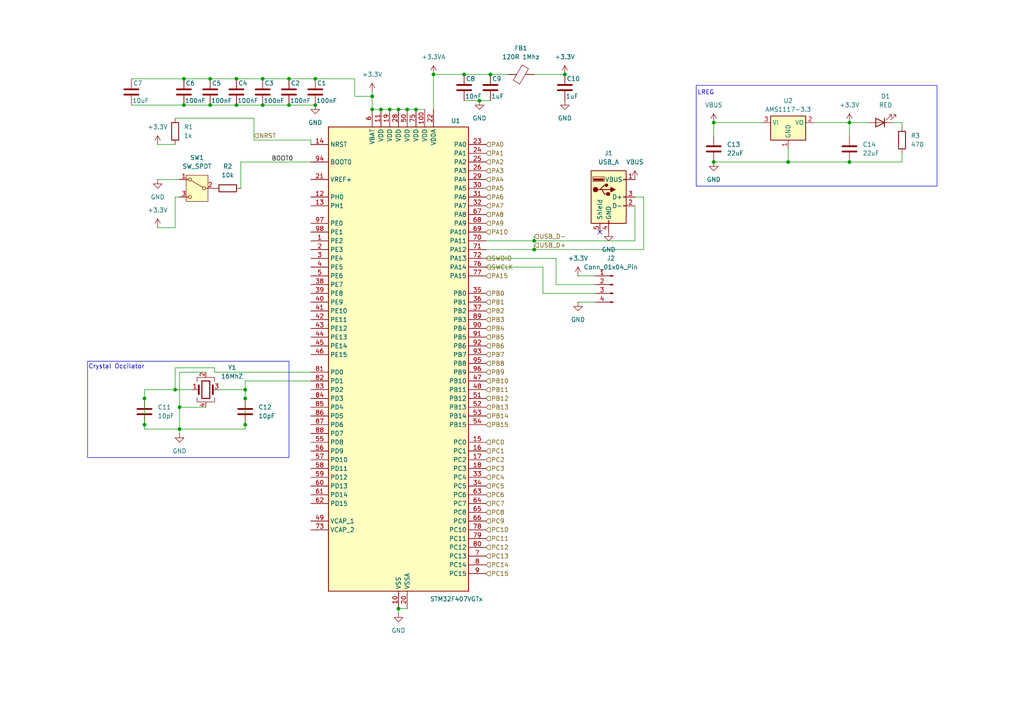
<source format=kicad_sch>
(kicad_sch (version 20250114) (generator "eeschema") (generator_version "9.0")
  (paper "A4")
  (lib_symbols
    (symbol "Connector:Conn_01x04_Pin" (pin_names (offset 1.016) (hide yes))
      (property "Reference" "J" (at 0 5.08 0))
      (property "Value" "Conn_01x04_Pin" (at 0 -7.62 0))
      (symbol "Conn_01x04_Pin_1_1"
        (rectangle (start 0.8636 2.667) (end 0 2.413) (stroke (width 0.1524)) (fill (type outline)))
        (rectangle (start 0.8636 0.127) (end 0 -0.127) (stroke (width 0.1524)) (fill (type outline)))
        (rectangle (start 0.8636 -2.413) (end 0 -2.667) (stroke (width 0.1524)) (fill (type outline)))
        (rectangle (start 0.8636 -4.953) (end 0 -5.207) (stroke (width 0.1524)) (fill (type outline)))
        (polyline (pts (xy 1.27 2.54) (xy 0.8636 2.54)) (stroke (width 0.1524)))
        (polyline (pts (xy 1.27 0) (xy 0.8636 0)) (stroke (width 0.1524)))
        (polyline (pts (xy 1.27 -2.54) (xy 0.8636 -2.54)) (stroke (width 0.1524)))
        (polyline (pts (xy 1.27 -5.08) (xy 0.8636 -5.08)) (stroke (width 0.1524)))
        (pin passive line (at 5.08 2.54 180) (length 3.81) (name "Pin_1") (number "1"))
        (pin passive line (at 5.08 0 180) (length 3.81) (name "Pin_2") (number "2"))
        (pin passive line (at 5.08 -2.54 180) (length 3.81) (name "Pin_3") (number "3"))
        (pin passive line (at 5.08 -5.08 180) (length 3.81) (name "Pin_4") (number "4"))
      )
    )
    (symbol "Connector:USB_A" (pin_names (offset 1.016))
      (property "Reference" "J" (at -5.08 11.43 0))
      (property "Value" "USB_A" (at -5.08 8.89 0))
      (symbol "USB_A_0_1"
        (rectangle (start -5.08 -7.62) (end 5.08 7.62) (stroke (width 0.254)) (fill (type background)))
        (circle (center -3.81 2.159) (radius 0.635) (stroke (width 0.254)) (fill (type outline)))
        (polyline (pts (xy -3.175 2.159) (xy -2.54 2.159) (xy -1.27 3.429) (xy -0.635 3.429)) (stroke (width 0.254)))
        (polyline (pts (xy -2.54 2.159) (xy -1.905 2.159) (xy -1.27 0.889) (xy 0 0.889)) (stroke (width 0.254)))
        (rectangle (start -1.524 4.826) (end -4.318 5.334) (fill (type outline)))
        (rectangle (start -1.27 4.572) (end -4.572 5.842))
        (circle (center -0.635 3.429) (radius 0.381) (stroke (width 0.254)) (fill (type outline)))
        (rectangle (start -0.127 -7.62) (end 0.127 -6.858))
        (rectangle (start 0.254 1.27) (end -0.508 0.508) (stroke (width 0.254)) (fill (type outline)))
        (polyline (pts (xy 0.635 2.794) (xy 0.635 1.524) (xy 1.905 2.159) (xy 0.635 2.794)) (stroke (width 0.254)) (fill (type outline)))
        (rectangle (start 5.08 4.953) (end 4.318 5.207))
        (rectangle (start 5.08 -0.127) (end 4.318 0.127))
        (rectangle (start 5.08 -2.667) (end 4.318 -2.413))
      )
      (symbol "USB_A_1_1"
        (polyline (pts (xy -1.905 2.159) (xy 0.635 2.159)) (stroke (width 0.254)))
        (pin passive line (at -2.54 -10.16 90) (length 2.54) (name "Shield") (number "5"))
        (pin power_in line (at 0 -10.16 90) (length 2.54) (name "GND") (number "4"))
        (pin power_in line (at 7.62 5.08 180) (length 2.54) (name "VBUS") (number "1"))
        (pin bidirectional line (at 7.62 0 180) (length 2.54) (name "D+") (number "3"))
        (pin bidirectional line (at 7.62 -2.54 180) (length 2.54) (name "D-") (number "2"))
      )
    )
    (symbol "Device:C" (pin_numbers (hide yes)) (pin_names (offset 0.254))
      (property "Reference" "C" (at 0.635 2.54 0))
      (property "Value" "C" (at 0.635 -2.54 0))
      (symbol "C_0_1"
        (polyline (pts (xy -2.032 0.762) (xy 2.032 0.762)) (stroke (width 0.508)))
        (polyline (pts (xy -2.032 -0.762) (xy 2.032 -0.762)) (stroke (width 0.508)))
      )
      (symbol "C_1_1"
        (pin passive line (at 0 3.81 270) (length 2.794) (name "~") (number "1"))
        (pin passive line (at 0 -3.81 90) (length 2.794) (name "~") (number "2"))
      )
    )
    (symbol "Device:Crystal_GND24" (pin_names (offset 1.016) (hide yes))
      (property "Reference" "Y" (at 3.175 5.08 0))
      (property "Value" "Crystal_GND24" (at 3.175 3.175 0))
      (symbol "Crystal_GND24_0_1"
        (polyline (pts (xy -2.54 2.286) (xy -2.54 3.556) (xy 2.54 3.556) (xy 2.54 2.286)))
        (polyline (pts (xy -2.54 0) (xy -2.032 0)))
        (polyline (pts (xy -2.54 -2.286) (xy -2.54 -3.556) (xy 2.54 -3.556) (xy 2.54 -2.286)))
        (polyline (pts (xy -2.032 -1.27) (xy -2.032 1.27)) (stroke (width 0.508)))
        (rectangle (start -1.143 2.54) (end 1.143 -2.54) (stroke (width 0.3048)))
        (polyline (pts (xy 0 3.556) (xy 0 3.81)))
        (polyline (pts (xy 0 -3.81) (xy 0 -3.556)))
        (polyline (pts (xy 2.032 0) (xy 2.54 0)))
        (polyline (pts (xy 2.032 -1.27) (xy 2.032 1.27)) (stroke (width 0.508)))
      )
      (symbol "Crystal_GND24_1_1"
        (pin passive line (at -3.81 0 0) (length 1.27) (name "1") (number "1"))
        (pin passive line (at 0 5.08 270) (length 1.27) (name "2") (number "2"))
        (pin passive line (at 0 -5.08 90) (length 1.27) (name "4") (number "4"))
        (pin passive line (at 3.81 0 180) (length 1.27) (name "3") (number "3"))
      )
    )
    (symbol "Device:FerriteBead" (pin_numbers (hide yes)) (pin_names (offset 0))
      (property "Reference" "FB" (at -3.81 0.635 90))
      (property "Value" "FerriteBead" (at 3.81 0 90))
      (symbol "FerriteBead_0_1"
        (polyline (pts (xy -2.7686 0.4064) (xy -1.7018 2.2606) (xy 2.7686 -0.3048) (xy 1.6764 -2.159) (xy -2.7686 0.4064)))
        (polyline (pts (xy 0 1.27) (xy 0 1.2954)))
        (polyline (pts (xy 0 -1.27) (xy 0 -1.2192)))
      )
      (symbol "FerriteBead_1_1"
        (pin passive line (at 0 3.81 270) (length 2.54) (name "~") (number "1"))
        (pin passive line (at 0 -3.81 90) (length 2.54) (name "~") (number "2"))
      )
    )
    (symbol "Device:LED" (pin_numbers (hide yes)) (pin_names (offset 1.016) (hide yes))
      (property "Reference" "D" (at 0 2.54 0))
      (property "Value" "LED" (at 0 -2.54 0))
      (symbol "LED_0_1"
        (polyline (pts (xy -3.048 -0.762) (xy -4.572 -2.286) (xy -3.81 -2.286) (xy -4.572 -2.286) (xy -4.572 -1.524)))
        (polyline (pts (xy -1.778 -0.762) (xy -3.302 -2.286) (xy -2.54 -2.286) (xy -3.302 -2.286) (xy -3.302 -1.524)))
        (polyline (pts (xy -1.27 0) (xy 1.27 0)))
        (polyline (pts (xy -1.27 -1.27) (xy -1.27 1.27)) (stroke (width 0.254)))
        (polyline (pts (xy 1.27 -1.27) (xy 1.27 1.27) (xy -1.27 0) (xy 1.27 -1.27)) (stroke (width 0.254)))
      )
      (symbol "LED_1_1"
        (pin passive line (at -3.81 0 0) (length 2.54) (name "K") (number "1"))
        (pin passive line (at 3.81 0 180) (length 2.54) (name "A") (number "2"))
      )
    )
    (symbol "Device:R" (pin_numbers (hide yes)) (pin_names (offset 0))
      (property "Reference" "R" (at 2.032 0 90))
      (property "Value" "R" (at 0 0 90))
      (symbol "R_0_1"
        (rectangle (start -1.016 -2.54) (end 1.016 2.54) (stroke (width 0.254)))
      )
      (symbol "R_1_1"
        (pin passive line (at 0 3.81 270) (length 1.27) (name "~") (number "1"))
        (pin passive line (at 0 -3.81 90) (length 1.27) (name "~") (number "2"))
      )
    )
    (symbol "MCU_ST_STM32F4:STM32F407VGTx"
      (property "Reference" "U" (at -20.32 69.85 0))
      (property "Value" "STM32F407VGTx" (at 12.7 69.85 0))
      (symbol "STM32F407VGTx_0_1"
        (rectangle (start -20.32 -66.04) (end 20.32 68.58) (stroke (width 0.254)) (fill (type background)))
      )
      (symbol "STM32F407VGTx_1_1"
        (pin input line (at -25.4 63.5 0) (length 5.08) (name "NRST") (number "14"))
        (pin input line (at -25.4 58.42 0) (length 5.08) (name "BOOT0") (number "94"))
        (pin input line (at -25.4 53.34 0) (length 5.08) (name "VREF+") (number "21"))
        (pin bidirectional line (at -25.4 48.26 0) (length 5.08) (name "PH0") (number "12"))
        (pin bidirectional line (at -25.4 45.72 0) (length 5.08) (name "PH1") (number "13"))
        (pin bidirectional line (at -25.4 40.64 0) (length 5.08) (name "PE0") (number "97"))
        (pin bidirectional line (at -25.4 38.1 0) (length 5.08) (name "PE1") (number "98"))
        (pin bidirectional line (at -25.4 35.56 0) (length 5.08) (name "PE2") (number "1"))
        (pin bidirectional line (at -25.4 33.02 0) (length 5.08) (name "PE3") (number "2"))
        (pin bidirectional line (at -25.4 30.48 0) (length 5.08) (name "PE4") (number "3"))
        (pin bidirectional line (at -25.4 27.94 0) (length 5.08) (name "PE5") (number "4"))
        (pin bidirectional line (at -25.4 25.4 0) (length 5.08) (name "PE6") (number "5"))
        (pin bidirectional line (at -25.4 22.86 0) (length 5.08) (name "PE7") (number "38"))
        (pin bidirectional line (at -25.4 20.32 0) (length 5.08) (name "PE8") (number "39"))
        (pin bidirectional line (at -25.4 17.78 0) (length 5.08) (name "PE9") (number "40"))
        (pin bidirectional line (at -25.4 15.24 0) (length 5.08) (name "PE10") (number "41"))
        (pin bidirectional line (at -25.4 12.7 0) (length 5.08) (name "PE11") (number "42"))
        (pin bidirectional line (at -25.4 10.16 0) (length 5.08) (name "PE12") (number "43"))
        (pin bidirectional line (at -25.4 7.62 0) (length 5.08) (name "PE13") (number "44"))
        (pin bidirectional line (at -25.4 5.08 0) (length 5.08) (name "PE14") (number "45"))
        (pin bidirectional line (at -25.4 2.54 0) (length 5.08) (name "PE15") (number "46"))
        (pin bidirectional line (at -25.4 -2.54 0) (length 5.08) (name "PD0") (number "81"))
        (pin bidirectional line (at -25.4 -5.08 0) (length 5.08) (name "PD1") (number "82"))
        (pin bidirectional line (at -25.4 -7.62 0) (length 5.08) (name "PD2") (number "83"))
        (pin bidirectional line (at -25.4 -10.16 0) (length 5.08) (name "PD3") (number "84"))
        (pin bidirectional line (at -25.4 -12.7 0) (length 5.08) (name "PD4") (number "85"))
        (pin bidirectional line (at -25.4 -15.24 0) (length 5.08) (name "PD5") (number "86"))
        (pin bidirectional line (at -25.4 -17.78 0) (length 5.08) (name "PD6") (number "87"))
        (pin bidirectional line (at -25.4 -20.32 0) (length 5.08) (name "PD7") (number "88"))
        (pin bidirectional line (at -25.4 -22.86 0) (length 5.08) (name "PD8") (number "55"))
        (pin bidirectional line (at -25.4 -25.4 0) (length 5.08) (name "PD9") (number "56"))
        (pin bidirectional line (at -25.4 -27.94 0) (length 5.08) (name "PD10") (number "57"))
        (pin bidirectional line (at -25.4 -30.48 0) (length 5.08) (name "PD11") (number "58"))
        (pin bidirectional line (at -25.4 -33.02 0) (length 5.08) (name "PD12") (number "59"))
        (pin bidirectional line (at -25.4 -35.56 0) (length 5.08) (name "PD13") (number "60"))
        (pin bidirectional line (at -25.4 -38.1 0) (length 5.08) (name "PD14") (number "61"))
        (pin bidirectional line (at -25.4 -40.64 0) (length 5.08) (name "PD15") (number "62"))
        (pin power_out line (at -25.4 -45.72 0) (length 5.08) (name "VCAP_1") (number "49"))
        (pin power_out line (at -25.4 -48.26 0) (length 5.08) (name "VCAP_2") (number "73"))
        (pin power_in line (at -7.62 73.66 270) (length 5.08) (name "VBAT") (number "6"))
        (pin power_in line (at -5.08 73.66 270) (length 5.08) (name "VDD") (number "11"))
        (pin power_in line (at -2.54 73.66 270) (length 5.08) (name "VDD") (number "19"))
        (pin power_in line (at 0 73.66 270) (length 5.08) (name "VDD") (number "28"))
        (pin power_in line (at 0 -71.12 90) (length 5.08) (name "VSS") (number "10"))
        (pin passive line (at 0 -71.12 90) (length 5.08) (hide yes) (name "VSS") (number "27"))
        (pin passive line (at 0 -71.12 90) (length 5.08) (hide yes) (name "VSS") (number "74"))
        (pin passive line (at 0 -71.12 90) (length 5.08) (hide yes) (name "VSS") (number "99"))
        (pin power_in line (at 2.54 73.66 270) (length 5.08) (name "VDD") (number "50"))
        (pin power_in line (at 2.54 -71.12 90) (length 5.08) (name "VSSA") (number "20"))
        (pin power_in line (at 5.08 73.66 270) (length 5.08) (name "VDD") (number "75"))
        (pin power_in line (at 7.62 73.66 270) (length 5.08) (name "VDD") (number "100"))
        (pin power_in line (at 10.16 73.66 270) (length 5.08) (name "VDDA") (number "22"))
        (pin bidirectional line (at 25.4 63.5 180) (length 5.08) (name "PA0") (number "23"))
        (pin bidirectional line (at 25.4 60.96 180) (length 5.08) (name "PA1") (number "24"))
        (pin bidirectional line (at 25.4 58.42 180) (length 5.08) (name "PA2") (number "25"))
        (pin bidirectional line (at 25.4 55.88 180) (length 5.08) (name "PA3") (number "26"))
        (pin bidirectional line (at 25.4 53.34 180) (length 5.08) (name "PA4") (number "29"))
        (pin bidirectional line (at 25.4 50.8 180) (length 5.08) (name "PA5") (number "30"))
        (pin bidirectional line (at 25.4 48.26 180) (length 5.08) (name "PA6") (number "31"))
        (pin bidirectional line (at 25.4 45.72 180) (length 5.08) (name "PA7") (number "32"))
        (pin bidirectional line (at 25.4 43.18 180) (length 5.08) (name "PA8") (number "67"))
        (pin bidirectional line (at 25.4 40.64 180) (length 5.08) (name "PA9") (number "68"))
        (pin bidirectional line (at 25.4 38.1 180) (length 5.08) (name "PA10") (number "69"))
        (pin bidirectional line (at 25.4 35.56 180) (length 5.08) (name "PA11") (number "70"))
        (pin bidirectional line (at 25.4 33.02 180) (length 5.08) (name "PA12") (number "71"))
        (pin bidirectional line (at 25.4 30.48 180) (length 5.08) (name "PA13") (number "72"))
        (pin bidirectional line (at 25.4 27.94 180) (length 5.08) (name "PA14") (number "76"))
        (pin bidirectional line (at 25.4 25.4 180) (length 5.08) (name "PA15") (number "77"))
        (pin bidirectional line (at 25.4 20.32 180) (length 5.08) (name "PB0") (number "35"))
        (pin bidirectional line (at 25.4 17.78 180) (length 5.08) (name "PB1") (number "36"))
        (pin bidirectional line (at 25.4 15.24 180) (length 5.08) (name "PB2") (number "37"))
        (pin bidirectional line (at 25.4 12.7 180) (length 5.08) (name "PB3") (number "89"))
        (pin bidirectional line (at 25.4 10.16 180) (length 5.08) (name "PB4") (number "90"))
        (pin bidirectional line (at 25.4 7.62 180) (length 5.08) (name "PB5") (number "91"))
        (pin bidirectional line (at 25.4 5.08 180) (length 5.08) (name "PB6") (number "92"))
        (pin bidirectional line (at 25.4 2.54 180) (length 5.08) (name "PB7") (number "93"))
        (pin bidirectional line (at 25.4 0 180) (length 5.08) (name "PB8") (number "95"))
        (pin bidirectional line (at 25.4 -2.54 180) (length 5.08) (name "PB9") (number "96"))
        (pin bidirectional line (at 25.4 -5.08 180) (length 5.08) (name "PB10") (number "47"))
        (pin bidirectional line (at 25.4 -7.62 180) (length 5.08) (name "PB11") (number "48"))
        (pin bidirectional line (at 25.4 -10.16 180) (length 5.08) (name "PB12") (number "51"))
        (pin bidirectional line (at 25.4 -12.7 180) (length 5.08) (name "PB13") (number "52"))
        (pin bidirectional line (at 25.4 -15.24 180) (length 5.08) (name "PB14") (number "53"))
        (pin bidirectional line (at 25.4 -17.78 180) (length 5.08) (name "PB15") (number "54"))
        (pin bidirectional line (at 25.4 -22.86 180) (length 5.08) (name "PC0") (number "15"))
        (pin bidirectional line (at 25.4 -25.4 180) (length 5.08) (name "PC1") (number "16"))
        (pin bidirectional line (at 25.4 -27.94 180) (length 5.08) (name "PC2") (number "17"))
        (pin bidirectional line (at 25.4 -30.48 180) (length 5.08) (name "PC3") (number "18"))
        (pin bidirectional line (at 25.4 -33.02 180) (length 5.08) (name "PC4") (number "33"))
        (pin bidirectional line (at 25.4 -35.56 180) (length 5.08) (name "PC5") (number "34"))
        (pin bidirectional line (at 25.4 -38.1 180) (length 5.08) (name "PC6") (number "63"))
        (pin bidirectional line (at 25.4 -40.64 180) (length 5.08) (name "PC7") (number "64"))
        (pin bidirectional line (at 25.4 -43.18 180) (length 5.08) (name "PC8") (number "65"))
        (pin bidirectional line (at 25.4 -45.72 180) (length 5.08) (name "PC9") (number "66"))
        (pin bidirectional line (at 25.4 -48.26 180) (length 5.08) (name "PC10") (number "78"))
        (pin bidirectional line (at 25.4 -50.8 180) (length 5.08) (name "PC11") (number "79"))
        (pin bidirectional line (at 25.4 -53.34 180) (length 5.08) (name "PC12") (number "80"))
        (pin bidirectional line (at 25.4 -55.88 180) (length 5.08) (name "PC13") (number "7"))
        (pin bidirectional line (at 25.4 -58.42 180) (length 5.08) (name "PC14") (number "8"))
        (pin bidirectional line (at 25.4 -60.96 180) (length 5.08) (name "PC15") (number "9"))
      )
    )
    (symbol "Regulator_Linear:AMS1117-3.3"
      (property "Reference" "U" (at -3.81 3.175 0))
      (property "Value" "AMS1117-3.3" (at 0 3.175 0))
      (symbol "AMS1117-3.3_0_1"
        (rectangle (start -5.08 -5.08) (end 5.08 1.905) (stroke (width 0.254)) (fill (type background)))
      )
      (symbol "AMS1117-3.3_1_1"
        (pin power_in line (at -7.62 0 0) (length 2.54) (name "VI") (number "3"))
        (pin power_in line (at 0 -7.62 90) (length 2.54) (name "GND") (number "1"))
        (pin power_out line (at 7.62 0 180) (length 2.54) (name "VO") (number "2"))
      )
    )
    (symbol "Switch:SW_SPDT" (pin_names (offset 0) (hide yes))
      (property "Reference" "SW" (at 0 5.08 0))
      (property "Value" "SW_SPDT" (at 0 -5.08 0))
      (symbol "SW_SPDT_0_1"
        (circle (center -2.032 0) (radius 0.4572))
        (polyline (pts (xy -1.651 0.254) (xy 1.651 2.286)))
        (circle (center 2.032 2.54) (radius 0.4572))
        (circle (center 2.032 -2.54) (radius 0.4572))
      )
      (symbol "SW_SPDT_1_1"
        (rectangle (start -3.175 3.81) (end 3.175 -3.81) (fill (type background)))
        (pin passive line (at -5.08 0 0) (length 2.54) (name "B") (number "2"))
        (pin passive line (at 5.08 2.54 180) (length 2.54) (name "A") (number "1"))
        (pin passive line (at 5.08 -2.54 180) (length 2.54) (name "C") (number "3"))
      )
    )
    (symbol "power:+3.3V" (power) (pin_numbers (hide yes)) (pin_names (offset 0) (hide yes))
      (property "Value" "+3.3V" (at 0 3.556 0))
      (symbol "+3.3V_0_1"
        (polyline (pts (xy -0.762 1.27) (xy 0 2.54)))
        (polyline (pts (xy 0 2.54) (xy 0.762 1.27)))
        (polyline (pts (xy 0 0) (xy 0 2.54)))
      )
      (symbol "+3.3V_1_1"
        (pin power_in line (at 0 0 90) (length 0) (name "~") (number "1"))
      )
    )
    (symbol "power:+3.3VA" (power) (pin_numbers (hide yes)) (pin_names (offset 0) (hide yes))
      (property "Value" "+3.3VA" (at 0 3.556 0))
      (symbol "+3.3VA_0_1"
        (polyline (pts (xy -0.762 1.27) (xy 0 2.54)))
        (polyline (pts (xy 0 2.54) (xy 0.762 1.27)))
        (polyline (pts (xy 0 0) (xy 0 2.54)))
      )
      (symbol "+3.3VA_1_1"
        (pin power_in line (at 0 0 90) (length 0) (name "~") (number "1"))
      )
    )
    (symbol "power:+3V3" (power) (pin_numbers (hide yes)) (pin_names (offset 0) (hide yes))
      (property "Value" "+3V3" (at 0 3.556 0))
      (symbol "+3V3_0_1"
        (polyline (pts (xy -0.762 1.27) (xy 0 2.54)))
        (polyline (pts (xy 0 2.54) (xy 0.762 1.27)))
        (polyline (pts (xy 0 0) (xy 0 2.54)))
      )
      (symbol "+3V3_1_1"
        (pin power_in line (at 0 0 90) (length 0) (name "~") (number "1"))
      )
    )
    (symbol "power:+5V" (power) (pin_numbers (hide yes)) (pin_names (offset 0) (hide yes))
      (property "Value" "+5V" (at 0 3.556 0))
      (symbol "+5V_0_1"
        (polyline (pts (xy -0.762 1.27) (xy 0 2.54)))
        (polyline (pts (xy 0 2.54) (xy 0.762 1.27)))
        (polyline (pts (xy 0 0) (xy 0 2.54)))
      )
      (symbol "+5V_1_1"
        (pin power_in line (at 0 0 90) (length 0) (name "~") (number "1"))
      )
    )
    (symbol "power:GND" (power) (pin_numbers (hide yes)) (pin_names (offset 0) (hide yes))
      (property "Value" "GND" (at 0 -3.81 0))
      (symbol "GND_0_1"
        (polyline (pts (xy 0 0) (xy 0 -1.27) (xy 1.27 -1.27) (xy 0 -2.54) (xy -1.27 -1.27) (xy 0 -1.27)))
      )
      (symbol "GND_1_1"
        (pin power_in line (at 0 0 270) (length 0) (name "~") (number "1"))
      )
    )
    (symbol "power:VBUS" (power) (pin_numbers (hide yes)) (pin_names (offset 0) (hide yes))
      (property "Value" "VBUS" (at 0 3.556 0))
      (symbol "VBUS_0_1"
        (polyline (pts (xy -0.762 1.27) (xy 0 2.54)))
        (polyline (pts (xy 0 2.54) (xy 0.762 1.27)))
        (polyline (pts (xy 0 0) (xy 0 2.54)))
      )
      (symbol "VBUS_1_1"
        (pin power_in line (at 0 0 90) (length 0) (name "~") (number "1"))
      )
    )
  )
  (rectangle (start 201.93 24.765) (end 271.78 53.975))
  (rectangle (start 25.4 104.775) (end 83.82 132.715))
  (text "Crystal Occilator" (at 33.782 106.426 0) (effects (font (size 1.27 1.27))))
  (text "LREG" (at 204.724 26.924 0) (effects (font (size 1.27 1.27))))
  (junction (at 139.065 29.21))
  (junction (at 246.38 46.99))
  (junction (at 50.8 113.03))
  (junction (at 125.73 21.59))
  (junction (at 107.95 27.94))
  (junction (at 113.03 31.75))
  (junction (at 118.11 31.75))
  (junction (at 68.58 22.86))
  (junction (at 53.34 22.86))
  (junction (at 228.6 46.99))
  (junction (at 154.94 72.39))
  (junction (at 53.34 30.48))
  (junction (at 71.12 123.19))
  (junction (at 60.96 30.48))
  (junction (at 41.91 123.19))
  (junction (at 207.01 46.99))
  (junction (at 115.57 176.53))
  (junction (at 246.38 35.56))
  (junction (at 76.2 22.86))
  (junction (at 163.83 21.59))
  (junction (at 52.07 118.11))
  (junction (at 68.58 30.48))
  (junction (at 207.01 35.56))
  (junction (at 115.57 31.75))
  (junction (at 71.12 113.03))
  (junction (at 154.94 69.85))
  (junction (at 120.65 31.75))
  (junction (at 134.62 21.59))
  (junction (at 83.82 30.48))
  (junction (at 110.49 31.75))
  (junction (at 60.96 22.86))
  (junction (at 41.91 115.57))
  (junction (at 83.82 22.86))
  (junction (at 71.12 115.57))
  (junction (at 107.95 31.75))
  (junction (at 52.07 124.46))
  (junction (at 76.2 30.48))
  (junction (at 91.44 30.48))
  (junction (at 142.24 21.59))
  (junction (at 91.44 22.86))
  (no_connect (at 173.99 67.31))
  (wire (pts (xy 60.96 22.86) (xy 68.58 22.86)))
  (wire (pts (xy 53.34 22.86) (xy 60.96 22.86)))
  (wire (pts (xy 228.6 46.99) (xy 246.38 46.99)))
  (wire (pts (xy 154.94 72.39) (xy 186.69 72.39)))
  (wire (pts (xy 59.69 107.95) (xy 52.07 107.95)))
  (wire (pts (xy 90.17 46.99) (xy 69.85 46.99)))
  (wire (pts (xy 259.08 35.56) (xy 261.62 35.56)))
  (wire (pts (xy 157.48 77.47) (xy 157.48 85.09)))
  (wire (pts (xy 184.15 69.85) (xy 184.15 59.69)))
  (wire (pts (xy 107.95 27.94) (xy 107.95 31.75)))
  (wire (pts (xy 71.12 124.46) (xy 71.12 123.19)))
  (wire (pts (xy 38.1 22.86) (xy 53.34 22.86)))
  (wire (pts (xy 50.8 66.04) (xy 50.8 57.15)))
  (wire (pts (xy 107.95 31.75) (xy 110.49 31.75)))
  (wire (pts (xy 52.07 118.11) (xy 59.69 118.11)))
  (wire (pts (xy 236.22 35.56) (xy 246.38 35.56)))
  (wire (pts (xy 62.23 107.95) (xy 62.23 106.68)))
  (wire (pts (xy 157.48 85.09) (xy 172.72 85.09)))
  (wire (pts (xy 125.73 21.59) (xy 125.73 31.75)))
  (wire (pts (xy 154.94 21.59) (xy 163.83 21.59)))
  (wire (pts (xy 41.91 113.03) (xy 41.91 115.57)))
  (wire (pts (xy 120.65 31.75) (xy 123.19 31.75)))
  (wire (pts (xy 161.29 74.93) (xy 161.29 82.55)))
  (wire (pts (xy 102.87 27.94) (xy 107.95 27.94)))
  (wire (pts (xy 134.62 21.59) (xy 142.24 21.59)))
  (wire (pts (xy 71.12 110.49) (xy 90.17 110.49)))
  (wire (pts (xy 63.5 113.03) (xy 71.12 113.03)))
  (wire (pts (xy 73.66 34.29) (xy 73.66 40.64)))
  (wire (pts (xy 246.38 35.56) (xy 246.38 39.37)))
  (wire (pts (xy 118.11 31.75) (xy 120.65 31.75)))
  (wire (pts (xy 140.97 77.47) (xy 157.48 77.47)))
  (wire (pts (xy 186.69 72.39) (xy 186.69 57.15)))
  (wire (pts (xy 50.8 57.15) (xy 52.07 57.15)))
  (wire (pts (xy 154.94 68.58) (xy 154.94 69.85)))
  (wire (pts (xy 154.94 71.12) (xy 154.94 72.39)))
  (wire (pts (xy 90.17 107.95) (xy 62.23 107.95)))
  (wire (pts (xy 73.66 40.64) (xy 90.17 40.64)))
  (wire (pts (xy 41.91 123.19) (xy 41.91 124.46)))
  (wire (pts (xy 62.23 106.68) (xy 50.8 106.68)))
  (wire (pts (xy 102.87 22.86) (xy 102.87 27.94)))
  (wire (pts (xy 154.94 69.85) (xy 184.15 69.85)))
  (wire (pts (xy 68.58 30.48) (xy 76.2 30.48)))
  (wire (pts (xy 139.065 29.21) (xy 142.24 29.21)))
  (wire (pts (xy 161.29 82.55) (xy 172.72 82.55)))
  (wire (pts (xy 69.85 46.99) (xy 69.85 54.61)))
  (wire (pts (xy 52.07 124.46) (xy 71.12 124.46)))
  (wire (pts (xy 50.8 113.03) (xy 55.88 113.03)))
  (wire (pts (xy 76.2 22.86) (xy 83.82 22.86)))
  (wire (pts (xy 134.62 29.21) (xy 139.065 29.21)))
  (wire (pts (xy 115.57 176.53) (xy 118.11 176.53)))
  (wire (pts (xy 76.2 30.48) (xy 83.82 30.48)))
  (wire (pts (xy 71.12 113.03) (xy 71.12 115.57)))
  (wire (pts (xy 140.97 74.93) (xy 161.29 74.93)))
  (wire (pts (xy 228.6 46.99) (xy 228.6 43.18)))
  (wire (pts (xy 41.91 124.46) (xy 52.07 124.46)))
  (wire (pts (xy 60.96 30.48) (xy 68.58 30.48)))
  (wire (pts (xy 50.8 113.03) (xy 41.91 113.03)))
  (wire (pts (xy 68.58 22.86) (xy 76.2 22.86)))
  (wire (pts (xy 167.64 80.01) (xy 172.72 80.01)))
  (wire (pts (xy 53.34 30.48) (xy 60.96 30.48)))
  (wire (pts (xy 142.24 21.59) (xy 147.32 21.59)))
  (wire (pts (xy 38.1 30.48) (xy 53.34 30.48)))
  (wire (pts (xy 113.03 31.75) (xy 115.57 31.75)))
  (wire (pts (xy 167.64 87.63) (xy 172.72 87.63)))
  (wire (pts (xy 71.12 110.49) (xy 71.12 113.03)))
  (wire (pts (xy 41.91 115.57) (xy 41.91 123.19)))
  (wire (pts (xy 52.07 124.46) (xy 52.07 118.11)))
  (wire (pts (xy 140.97 72.39) (xy 154.94 72.39)))
  (wire (pts (xy 45.72 52.07) (xy 52.07 52.07)))
  (wire (pts (xy 50.8 106.68) (xy 50.8 113.03)))
  (wire (pts (xy 207.01 35.56) (xy 220.98 35.56)))
  (wire (pts (xy 52.07 125.73) (xy 52.07 124.46)))
  (wire (pts (xy 207.01 46.99) (xy 228.6 46.99)))
  (wire (pts (xy 110.49 31.75) (xy 113.03 31.75)))
  (wire (pts (xy 115.57 176.53) (xy 115.57 177.8)))
  (wire (pts (xy 107.95 26.67) (xy 107.95 27.94)))
  (wire (pts (xy 71.12 115.57) (xy 71.12 123.19)))
  (wire (pts (xy 83.82 30.48) (xy 91.44 30.48)))
  (wire (pts (xy 246.38 46.99) (xy 261.62 46.99)))
  (wire (pts (xy 186.69 57.15) (xy 184.15 57.15)))
  (wire (pts (xy 91.44 22.86) (xy 102.87 22.86)))
  (wire (pts (xy 134.62 21.59) (xy 125.73 21.59)))
  (wire (pts (xy 52.07 107.95) (xy 52.07 118.11)))
  (wire (pts (xy 140.97 69.85) (xy 154.94 69.85)))
  (wire (pts (xy 83.82 22.86) (xy 91.44 22.86)))
  (wire (pts (xy 207.01 35.56) (xy 207.01 39.37)))
  (wire (pts (xy 50.8 41.91) (xy 45.72 41.91)))
  (wire (pts (xy 45.72 66.04) (xy 50.8 66.04)))
  (wire (pts (xy 251.46 35.56) (xy 246.38 35.56)))
  (wire (pts (xy 90.17 40.64) (xy 90.17 41.91)))
  (wire (pts (xy 261.62 35.56) (xy 261.62 36.83)))
  (wire (pts (xy 115.57 31.75) (xy 118.11 31.75)))
  (wire (pts (xy 50.8 34.29) (xy 73.66 34.29)))
  (wire (pts (xy 261.62 46.99) (xy 261.62 44.45)))
  (label "BOOT0" (at 78.74 46.99 0))
  (hierarchical_label "PB6" (shape input) (at 140.97 100.33 0))
  (hierarchical_label "PB14" (shape input) (at 140.97 120.65 0))
  (hierarchical_label "PB11" (shape input) (at 140.97 113.03 0))
  (hierarchical_label "PB9" (shape input) (at 140.97 107.95 0))
  (hierarchical_label "PC15" (shape input) (at 140.97 166.37 0))
  (hierarchical_label "NRST" (shape input) (at 73.66 39.37 0))
  (hierarchical_label "PB7" (shape input) (at 140.97 102.87 0))
  (hierarchical_label "PA9" (shape input) (at 140.97 64.77 0))
  (hierarchical_label "PC1" (shape input) (at 140.97 130.81 0))
  (hierarchical_label "PC9" (shape input) (at 140.97 151.13 0))
  (hierarchical_label "PB0" (shape input) (at 140.97 85.09 0))
  (hierarchical_label "PC4" (shape input) (at 140.97 138.43 0))
  (hierarchical_label "PA2" (shape input) (at 140.97 46.99 0))
  (hierarchical_label "PC0" (shape input) (at 140.97 128.27 0))
  (hierarchical_label "PC11" (shape input) (at 140.97 156.21 0))
  (hierarchical_label "PA6" (shape input) (at 140.97 57.15 0))
  (hierarchical_label "PA15" (shape input) (at 140.97 80.01 0))
  (hierarchical_label "PC3" (shape input) (at 140.97 135.89 0))
  (hierarchical_label "PA10" (shape input) (at 140.97 67.31 0))
  (hierarchical_label "PB15" (shape input) (at 140.97 123.19 0))
  (hierarchical_label "PC7" (shape input) (at 140.97 146.05 0))
  (hierarchical_label "PB5" (shape input) (at 140.97 97.79 0))
  (hierarchical_label "SWDIO" (shape input) (at 140.97 74.93 0))
  (hierarchical_label "PC8" (shape input) (at 140.97 148.59 0))
  (hierarchical_label "PA5" (shape input) (at 140.97 54.61 0))
  (hierarchical_label "PB12" (shape input) (at 140.97 115.57 0))
  (hierarchical_label "PA8" (shape input) (at 140.97 62.23 0))
  (hierarchical_label "USB_D+" (shape input) (at 154.94 71.12 0))
  (hierarchical_label "PB10" (shape input) (at 140.97 110.49 0))
  (hierarchical_label "SWCLK" (shape input) (at 140.97 77.47 0))
  (hierarchical_label "PB8" (shape input) (at 140.97 105.41 0))
  (hierarchical_label "USB_D-" (shape input) (at 154.94 68.58 0))
  (hierarchical_label "PA4" (shape input) (at 140.97 52.07 0))
  (hierarchical_label "PC2" (shape input) (at 140.97 133.35 0))
  (hierarchical_label "PC13" (shape input) (at 140.97 161.29 0))
  (hierarchical_label "PC10" (shape input) (at 140.97 153.67 0))
  (hierarchical_label "PA7" (shape input) (at 140.97 59.69 0))
  (hierarchical_label "PB2" (shape input) (at 140.97 90.17 0))
  (hierarchical_label "PC5" (shape input) (at 140.97 140.97 0))
  (hierarchical_label "PA1" (shape input) (at 140.97 44.45 0))
  (hierarchical_label "PC12" (shape input) (at 140.97 158.75 0))
  (hierarchical_label "PB3" (shape input) (at 140.97 92.71 0))
  (hierarchical_label "PB4" (shape input) (at 140.97 95.25 0))
  (hierarchical_label "PC6" (shape input) (at 140.97 143.51 0))
  (hierarchical_label "PB1" (shape input) (at 140.97 87.63 0))
  (hierarchical_label "PA3" (shape input) (at 140.97 49.53 0))
  (hierarchical_label "PA0" (shape input) (at 140.97 41.91 0))
  (hierarchical_label "PC14" (shape input) (at 140.97 163.83 0))
  (hierarchical_label "PB13" (shape input) (at 140.97 118.11 0))
  (symbol (lib_id "power:GND") (at 207.01 46.99 0) (unit 1)
    (property "Reference" "#PWR018" (effects (hide yes)))
    (property "Value" "GND" (at 207.01 52.07 0))
    (property "Description" "Power symbol creates a global label with name \"GND\" , ground" (effects (hide yes)))
  )
  (symbol (lib_id "Regulator_Linear:AMS1117-3.3") (at 228.6 35.56 0) (unit 1)
    (property "Reference" "U2" (at 228.6 29.21 0))
    (property "Value" "AMS1117-3.3" (at 228.6 31.75 0))
    (property "Footprint" "Package_TO_SOT_SMD:SOT-223-3_TabPin2" (effects (hide yes)))
    (property "Datasheet" "http://www.advanced-monolithic.com/pdf/ds1117.pdf" (effects (hide yes)))
    (property "Description" "1A Low Dropout regulator, positive, 3.3V fixed output, SOT-223" (effects (hide yes)))
  )
  (symbol (lib_id "power:GND") (at 139.065 29.21 0) (unit 1)
    (property "Reference" "#PWR05" (effects (hide yes)))
    (property "Value" "GND" (at 139.065 34.29 0))
    (property "Description" "Power symbol creates a global label with name \"GND\" , ground" (effects (hide yes)))
  )
  (symbol (lib_id "Device:LED") (at 255.27 35.56 180) (unit 1)
    (property "Reference" "D1" (at 256.8575 27.94 0))
    (property "Value" "RED" (at 256.8575 30.48 0))
    (property "Description" "Light emitting diode" (effects (hide yes)))
    (property "Sim.Pins" "1=K 2=A" (effects (hide yes)))
  )
  (symbol (lib_id "Device:C") (at 246.38 43.18 0) (unit 1)
    (property "Reference" "C14" (at 250.19 41.9099 0) (effects (justify left)))
    (property "Value" "22uF" (at 250.19 44.4499 0) (effects (justify left)))
    (property "Description" "Unpolarized capacitor" (effects (hide yes)))
  )
  (symbol (lib_id "power:+3.3V") (at 167.64 80.01 0) (unit 1)
    (property "Reference" "#PWR011" (effects (hide yes)))
    (property "Value" "+3.3V" (at 167.64 74.93 0))
    (property "Description" "Power symbol creates a global label with name \"+3.3V\"" (effects (hide yes)))
  )
  (symbol (lib_id "Connector:USB_A") (at 176.53 57.15 0) (unit 1)
    (property "Reference" "J1" (at 176.53 44.45 0))
    (property "Value" "USB_A" (at 176.53 46.99 0))
    (property "Description" "USB Type A connector" (effects (hide yes)))
  )
  (symbol (lib_id "power:+3.3V") (at 45.72 41.91 0) (unit 1)
    (property "Reference" "#PWR08" (effects (hide yes)))
    (property "Value" "+3.3V" (at 45.72 36.83 0))
    (property "Description" "Power symbol creates a global label with name \"+3.3V\"" (effects (hide yes)))
  )
  (symbol (lib_id "power:+3.3VA") (at 125.73 21.59 0) (unit 1)
    (property "Reference" "#PWR04" (effects (hide yes)))
    (property "Value" "+3.3VA" (at 125.73 16.51 0))
    (property "Description" "Power symbol creates a global label with name \"+3.3VA\"" (effects (hide yes)))
  )
  (symbol (lib_id "power:VBUS") (at 207.01 35.56 0) (unit 1)
    (property "Reference" "#PWR016" (effects (hide yes)))
    (property "Value" "VBUS" (at 207.01 30.48 0))
    (property "Description" "Power symbol creates a global label with name \"VBUS\"" (effects (hide yes)))
  )
  (symbol (lib_id "Device:C") (at 76.2 26.67 0) (unit 1)
    (property "Reference" "C3" (at 76.708 24.13 0) (effects (justify left)))
    (property "Value" "100nF" (at 76.454 29.21 0) (effects (justify left)))
    (property "Description" "Unpolarized capacitor" (effects (hide yes)))
  )
  (symbol (lib_id "Device:C") (at 38.1 26.67 0) (unit 1)
    (property "Reference" "C7" (at 38.608 24.13 0) (effects (justify left)))
    (property "Value" "10uF" (at 38.354 29.21 0) (effects (justify left)))
    (property "Description" "Unpolarized capacitor" (effects (hide yes)))
  )
  (symbol (lib_id "Device:C") (at 41.91 119.38 0) (unit 1)
    (property "Reference" "C11" (at 45.72 118.1099 0) (effects (justify left)))
    (property "Value" "10pF" (at 45.72 120.6499 0) (effects (justify left)))
    (property "Description" "Unpolarized capacitor" (effects (hide yes)))
  )
  (symbol (lib_id "Device:C") (at 83.82 26.67 0) (unit 1)
    (property "Reference" "C2" (at 84.328 24.13 0) (effects (justify left)))
    (property "Value" "100nF" (at 84.074 29.21 0) (effects (justify left)))
    (property "Description" "Unpolarized capacitor" (effects (hide yes)))
  )
  (symbol (lib_id "Device:C") (at 207.01 43.18 0) (unit 1)
    (property "Reference" "C13" (at 210.82 41.9099 0) (effects (justify left)))
    (property "Value" "22uF" (at 210.82 44.4499 0) (effects (justify left)))
    (property "Description" "Unpolarized capacitor" (effects (hide yes)))
  )
  (symbol (lib_id "Device:R") (at 50.8 38.1 0) (unit 1)
    (property "Reference" "R1" (at 53.34 36.8299 0) (effects (justify left)))
    (property "Value" "1k" (at 53.34 39.3699 0) (effects (justify left)))
    (property "Description" "Resistor" (effects (hide yes)))
  )
  (symbol (lib_id "Device:C") (at 53.34 26.67 0) (unit 1)
    (property "Reference" "C6" (at 53.848 24.13 0) (effects (justify left)))
    (property "Value" "100nF" (at 53.594 29.21 0) (effects (justify left)))
    (property "Description" "Unpolarized capacitor" (effects (hide yes)))
  )
  (symbol (lib_id "power:GND") (at 176.53 67.31 0) (unit 1)
    (property "Reference" "#PWR012" (effects (hide yes)))
    (property "Value" "GND" (at 176.53 72.39 0))
    (property "Description" "Power symbol creates a global label with name \"GND\" , ground" (effects (hide yes)))
  )
  (symbol (lib_id "Device:C") (at 68.58 26.67 0) (unit 1)
    (property "Reference" "C4" (at 69.088 24.13 0) (effects (justify left)))
    (property "Value" "100nF" (at 68.834 29.21 0) (effects (justify left)))
    (property "Description" "Unpolarized capacitor" (effects (hide yes)))
  )
  (symbol (lib_id "power:GND") (at 45.72 52.07 0) (unit 1)
    (property "Reference" "#PWR09" (effects (hide yes)))
    (property "Value" "GND" (at 45.72 57.15 0))
    (property "Description" "Power symbol creates a global label with name \"GND\" , ground" (effects (hide yes)))
  )
  (symbol (lib_id "power:+3.3V") (at 45.72 66.04 0) (unit 1)
    (property "Reference" "#PWR010" (effects (hide yes)))
    (property "Value" "+3.3V" (at 45.72 60.96 0))
    (property "Description" "Power symbol creates a global label with name \"+3.3V\"" (effects (hide yes)))
  )
  (symbol (lib_id "power:GND") (at 52.07 125.73 0) (unit 1)
    (property "Reference" "#PWR014" (effects (hide yes)))
    (property "Value" "GND" (at 52.07 130.81 0))
    (property "Description" "Power symbol creates a global label with name \"GND\" , ground" (effects (hide yes)))
  )
  (symbol (lib_id "Device:C") (at 134.62 25.4 0) (unit 1)
    (property "Reference" "C8" (at 135.128 22.86 0) (effects (justify left)))
    (property "Value" "10nF" (at 134.874 27.94 0) (effects (justify left)))
    (property "Description" "Unpolarized capacitor" (effects (hide yes)))
  )
  (symbol (lib_id "Device:C") (at 60.96 26.67 0) (unit 1)
    (property "Reference" "C5" (at 61.468 24.13 0) (effects (justify left)))
    (property "Value" "100nF" (at 61.214 29.21 0) (effects (justify left)))
    (property "Description" "Unpolarized capacitor" (effects (hide yes)))
  )
  (symbol (lib_id "power:+5V") (at 184.15 52.07 0) (unit 1)
    (property "Reference" "#PWR013" (effects (hide yes)))
    (property "Value" "VBUS" (at 184.15 46.99 0))
    (property "Description" "Power symbol creates a global label with name \"+5V\"" (effects (hide yes)))
  )
  (symbol (lib_id "power:GND") (at 115.57 177.8 0) (unit 1)
    (property "Reference" "#PWR01" (effects (hide yes)))
    (property "Value" "GND" (at 115.57 182.88 0))
    (property "Description" "Power symbol creates a global label with name \"GND\" , ground" (effects (hide yes)))
  )
  (symbol (lib_id "power:GND") (at 167.64 87.63 0) (unit 1)
    (property "Reference" "#PWR015" (effects (hide yes)))
    (property "Value" "GND" (at 167.64 92.71 0))
    (property "Description" "Power symbol creates a global label with name \"GND\" , ground" (effects (hide yes)))
  )
  (symbol (lib_id "Device:R") (at 66.04 54.61 90) (unit 1)
    (property "Reference" "R2" (at 66.04 48.26 90))
    (property "Value" "10k" (at 66.04 50.8 90))
    (property "Description" "Resistor" (effects (hide yes)))
  )
  (symbol (lib_id "Device:C") (at 71.12 119.38 0) (unit 1)
    (property "Reference" "C12" (at 74.93 118.1099 0) (effects (justify left)))
    (property "Value" "10pF" (at 74.93 120.6499 0) (effects (justify left)))
    (property "Description" "Unpolarized capacitor" (effects (hide yes)))
  )
  (symbol (lib_id "power:+3.3V") (at 246.38 35.56 0) (unit 1)
    (property "Reference" "#PWR017" (effects (hide yes)))
    (property "Value" "+3.3V" (at 246.38 30.48 0))
    (property "Description" "Power symbol creates a global label with name \"+3.3V\"" (effects (hide yes)))
  )
  (symbol (lib_id "Connector:Conn_01x04_Pin") (at 177.8 82.55 0) (mirror y) (unit 1)
    (property "Reference" "J2" (at 177.165 74.93 0))
    (property "Value" "Conn_01x04_Pin" (at 177.165 77.47 0))
    (property "Description" "Generic connector, single row, 01x04, script generated" (effects (hide yes)))
  )
  (symbol (lib_id "Device:Crystal_GND24") (at 59.69 113.03 0) (unit 1)
    (property "Reference" "Y1" (at 67.31 106.6098 0))
    (property "Value" "16MhZ" (at 67.31 109.1498 0))
    (property "Description" "Four pin crystal, GND on pins 2 and 4" (effects (hide yes)))
  )
  (symbol (lib_id "power:+3V3") (at 107.95 26.67 0) (unit 1)
    (property "Reference" "#PWR02" (effects (hide yes)))
    (property "Value" "+3.3V" (at 107.95 21.59 0))
    (property "Description" "Power symbol creates a global label with name \"+3V3\"" (effects (hide yes)))
  )
  (symbol (lib_id "Device:C") (at 142.24 25.4 0) (unit 1)
    (property "Reference" "C9" (at 142.748 22.86 0) (effects (justify left)))
    (property "Value" "1uF" (at 142.494 27.94 0) (effects (justify left)))
    (property "Description" "Unpolarized capacitor" (effects (hide yes)))
  )
  (symbol (lib_id "Device:C") (at 91.44 26.67 0) (unit 1)
    (property "Reference" "C1" (at 91.948 24.13 0) (effects (justify left)))
    (property "Value" "100nF" (at 91.694 29.21 0) (effects (justify left)))
    (property "Description" "Unpolarized capacitor" (effects (hide yes)))
  )
  (symbol (lib_id "Device:R") (at 261.62 40.64 0) (unit 1)
    (property "Reference" "R3" (at 264.16 39.3699 0) (effects (justify left)))
    (property "Value" "470" (at 264.16 41.9099 0) (effects (justify left)))
    (property "Description" "Resistor" (effects (hide yes)))
  )
  (symbol (lib_id "Device:C") (at 163.83 25.4 0) (unit 1)
    (property "Reference" "C10" (at 164.338 22.86 0) (effects (justify left)))
    (property "Value" "1uF" (at 164.084 27.94 0) (effects (justify left)))
    (property "Description" "Unpolarized capacitor" (effects (hide yes)))
  )
  (symbol (lib_id "Switch:SW_SPDT") (at 57.15 54.61 0) (mirror y) (unit 1)
    (property "Reference" "SW1" (at 57.15 45.72 0))
    (property "Value" "SW_SPDT" (at 57.15 48.26 0))
    (property "Description" "Switch, single pole double throw" (effects (hide yes)))
  )
  (symbol (lib_id "power:+3V3") (at 163.83 21.59 0) (unit 1)
    (property "Reference" "#PWR07" (effects (hide yes)))
    (property "Value" "+3.3V" (at 163.83 16.51 0))
    (property "Description" "Power symbol creates a global label with name \"+3V3\"" (effects (hide yes)))
  )
  (symbol (lib_id "power:GND") (at 91.44 30.48 0) (unit 1)
    (property "Reference" "#PWR03" (effects (hide yes)))
    (property "Value" "GND" (at 91.44 35.56 0))
    (property "Description" "Power symbol creates a global label with name \"GND\" , ground" (effects (hide yes)))
  )
  (symbol (lib_id "MCU_ST_STM32F4:STM32F407VGTx") (at 115.57 105.41 0) (unit 1)
    (property "Reference" "U1" (at 130.81 35.052 0) (effects (justify left)))
    (property "Value" "STM32F407VGTx" (at 124.714 173.736 0) (effects (justify left)))
    (property "Footprint" "Package_QFP:LQFP-100_14x14mm_P0.5mm" (effects (hide yes)))
    (property "Datasheet" "https://www.st.com/resource/en/datasheet/stm32f407vg.pdf" (effects (hide yes)))
    (property "Description" "STMicroelectronics Arm Cortex-M4 MCU, 1024KB flash, 192KB RAM, 168 MHz, 1.8-3.6V, 82 GPIO, LQFP100" (effects (hide yes)))
  )
  (symbol (lib_id "power:GND") (at 163.83 29.21 0) (unit 1)
    (property "Reference" "#PWR06" (effects (hide yes)))
    (property "Value" "GND" (at 163.83 34.29 0))
    (property "Description" "Power symbol creates a global label with name \"GND\" , ground" (effects (hide yes)))
  )
  (symbol (lib_id "Device:FerriteBead") (at 151.13 21.59 90) (unit 1)
    (property "Reference" "FB1" (at 151.0792 13.97 90))
    (property "Value" "120R 1Mhz" (at 151.0792 16.51 90))
    (property "Description" "Ferrite bead" (effects (hide yes)))
  )
)
</source>
